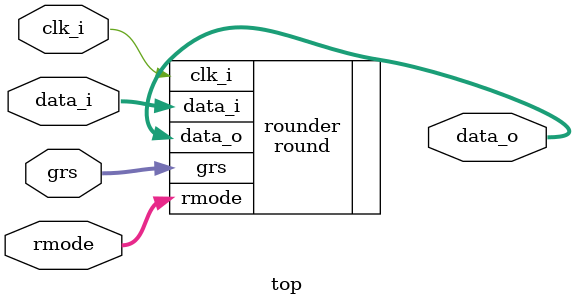
<source format=sv>

`default_nettype none

module top
(
  input  logic        clk_i,
  input  logic [31:0] data_i,
  input  logic [2 :0] grs,
  input  logic [2 :0] rmode,
  output logic [31:0] data_o
);

  round rounder (
    .clk_i(clk_i),
    .data_i(data_i),
    .grs(grs),
    .rmode(rmode),
    .data_o(data_o)
  );
endmodule : top


</source>
